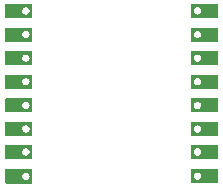
<source format=gtp>
G04 MADE WITH FRITZING*
G04 WWW.FRITZING.ORG*
G04 DOUBLE SIDED*
G04 HOLES PLATED*
G04 CONTOUR ON CENTER OF CONTOUR VECTOR*
%ASAXBY*%
%FSLAX23Y23*%
%MOIN*%
%OFA0B0*%
%SFA1.0B1.0*%
%ADD10R,0.001000X0.001000*%
%LNPASTEMASK1*%
G90*
G70*
G54D10*
X384Y1497D02*
X472Y1497D01*
X1004Y1497D02*
X1092Y1497D01*
X384Y1496D02*
X472Y1496D01*
X1004Y1496D02*
X1092Y1496D01*
X384Y1495D02*
X472Y1495D01*
X1004Y1495D02*
X1092Y1495D01*
X384Y1494D02*
X472Y1494D01*
X1004Y1494D02*
X1092Y1494D01*
X384Y1493D02*
X472Y1493D01*
X1004Y1493D02*
X1092Y1493D01*
X384Y1492D02*
X472Y1492D01*
X1004Y1492D02*
X1092Y1492D01*
X384Y1491D02*
X472Y1491D01*
X1004Y1491D02*
X1092Y1491D01*
X384Y1490D02*
X472Y1490D01*
X1004Y1490D02*
X1092Y1490D01*
X384Y1489D02*
X472Y1489D01*
X1004Y1489D02*
X1092Y1489D01*
X384Y1488D02*
X472Y1488D01*
X1004Y1488D02*
X1092Y1488D01*
X384Y1487D02*
X472Y1487D01*
X1004Y1487D02*
X1092Y1487D01*
X384Y1486D02*
X472Y1486D01*
X1004Y1486D02*
X1092Y1486D01*
X384Y1485D02*
X447Y1485D01*
X457Y1485D02*
X472Y1485D01*
X1004Y1485D02*
X1019Y1485D01*
X1029Y1485D02*
X1092Y1485D01*
X384Y1484D02*
X445Y1484D01*
X459Y1484D02*
X472Y1484D01*
X1004Y1484D02*
X1017Y1484D01*
X1031Y1484D02*
X1092Y1484D01*
X384Y1483D02*
X444Y1483D01*
X460Y1483D02*
X472Y1483D01*
X1004Y1483D02*
X1016Y1483D01*
X1032Y1483D02*
X1092Y1483D01*
X384Y1482D02*
X443Y1482D01*
X461Y1482D02*
X472Y1482D01*
X1004Y1482D02*
X1015Y1482D01*
X1033Y1482D02*
X1092Y1482D01*
X384Y1481D02*
X442Y1481D01*
X462Y1481D02*
X472Y1481D01*
X1004Y1481D02*
X1014Y1481D01*
X1034Y1481D02*
X1092Y1481D01*
X384Y1480D02*
X441Y1480D01*
X463Y1480D02*
X472Y1480D01*
X1004Y1480D02*
X1013Y1480D01*
X1035Y1480D02*
X1092Y1480D01*
X384Y1479D02*
X441Y1479D01*
X463Y1479D02*
X472Y1479D01*
X1004Y1479D02*
X1013Y1479D01*
X1035Y1479D02*
X1092Y1479D01*
X384Y1478D02*
X440Y1478D01*
X464Y1478D02*
X472Y1478D01*
X1004Y1478D02*
X1012Y1478D01*
X1036Y1478D02*
X1092Y1478D01*
X384Y1477D02*
X440Y1477D01*
X464Y1477D02*
X472Y1477D01*
X1004Y1477D02*
X1012Y1477D01*
X1036Y1477D02*
X1092Y1477D01*
X384Y1476D02*
X440Y1476D01*
X464Y1476D02*
X472Y1476D01*
X1004Y1476D02*
X1012Y1476D01*
X1036Y1476D02*
X1092Y1476D01*
X384Y1475D02*
X440Y1475D01*
X465Y1475D02*
X472Y1475D01*
X1004Y1475D02*
X1011Y1475D01*
X1036Y1475D02*
X1092Y1475D01*
X384Y1474D02*
X439Y1474D01*
X465Y1474D02*
X472Y1474D01*
X1004Y1474D02*
X1011Y1474D01*
X1037Y1474D02*
X1092Y1474D01*
X384Y1473D02*
X439Y1473D01*
X465Y1473D02*
X472Y1473D01*
X1004Y1473D02*
X1011Y1473D01*
X1036Y1473D02*
X1092Y1473D01*
X384Y1472D02*
X440Y1472D01*
X465Y1472D02*
X472Y1472D01*
X1004Y1472D02*
X1011Y1472D01*
X1036Y1472D02*
X1092Y1472D01*
X384Y1471D02*
X440Y1471D01*
X464Y1471D02*
X472Y1471D01*
X1004Y1471D02*
X1012Y1471D01*
X1036Y1471D02*
X1092Y1471D01*
X384Y1470D02*
X440Y1470D01*
X464Y1470D02*
X472Y1470D01*
X1004Y1470D02*
X1012Y1470D01*
X1036Y1470D02*
X1092Y1470D01*
X384Y1469D02*
X440Y1469D01*
X464Y1469D02*
X472Y1469D01*
X1004Y1469D02*
X1012Y1469D01*
X1036Y1469D02*
X1092Y1469D01*
X384Y1468D02*
X441Y1468D01*
X463Y1468D02*
X472Y1468D01*
X1004Y1468D02*
X1013Y1468D01*
X1035Y1468D02*
X1092Y1468D01*
X384Y1467D02*
X442Y1467D01*
X463Y1467D02*
X472Y1467D01*
X1004Y1467D02*
X1013Y1467D01*
X1034Y1467D02*
X1092Y1467D01*
X384Y1466D02*
X442Y1466D01*
X462Y1466D02*
X472Y1466D01*
X1004Y1466D02*
X1014Y1466D01*
X1034Y1466D02*
X1092Y1466D01*
X384Y1465D02*
X443Y1465D01*
X461Y1465D02*
X472Y1465D01*
X1004Y1465D02*
X1015Y1465D01*
X1033Y1465D02*
X1092Y1465D01*
X384Y1464D02*
X444Y1464D01*
X460Y1464D02*
X472Y1464D01*
X1004Y1464D02*
X1016Y1464D01*
X1032Y1464D02*
X1092Y1464D01*
X384Y1463D02*
X446Y1463D01*
X458Y1463D02*
X472Y1463D01*
X1004Y1463D02*
X1018Y1463D01*
X1030Y1463D02*
X1092Y1463D01*
X384Y1462D02*
X449Y1462D01*
X455Y1462D02*
X472Y1462D01*
X1004Y1462D02*
X1021Y1462D01*
X1027Y1462D02*
X1092Y1462D01*
X384Y1461D02*
X472Y1461D01*
X1004Y1461D02*
X1092Y1461D01*
X384Y1460D02*
X472Y1460D01*
X1004Y1460D02*
X1092Y1460D01*
X384Y1459D02*
X472Y1459D01*
X1004Y1459D02*
X1092Y1459D01*
X384Y1458D02*
X472Y1458D01*
X1004Y1458D02*
X1092Y1458D01*
X384Y1457D02*
X472Y1457D01*
X1004Y1457D02*
X1092Y1457D01*
X384Y1456D02*
X472Y1456D01*
X1004Y1456D02*
X1092Y1456D01*
X384Y1455D02*
X472Y1455D01*
X1004Y1455D02*
X1092Y1455D01*
X384Y1454D02*
X472Y1454D01*
X1004Y1454D02*
X1092Y1454D01*
X384Y1453D02*
X472Y1453D01*
X1004Y1453D02*
X1092Y1453D01*
X384Y1452D02*
X472Y1452D01*
X1004Y1452D02*
X1092Y1452D01*
X384Y1451D02*
X472Y1451D01*
X1004Y1451D02*
X1092Y1451D01*
X384Y1418D02*
X472Y1418D01*
X1004Y1418D02*
X1092Y1418D01*
X384Y1417D02*
X472Y1417D01*
X1004Y1417D02*
X1092Y1417D01*
X384Y1416D02*
X472Y1416D01*
X1004Y1416D02*
X1092Y1416D01*
X384Y1415D02*
X472Y1415D01*
X1004Y1415D02*
X1092Y1415D01*
X384Y1414D02*
X472Y1414D01*
X1004Y1414D02*
X1092Y1414D01*
X384Y1413D02*
X472Y1413D01*
X1004Y1413D02*
X1092Y1413D01*
X384Y1412D02*
X472Y1412D01*
X1004Y1412D02*
X1092Y1412D01*
X384Y1411D02*
X472Y1411D01*
X1004Y1411D02*
X1092Y1411D01*
X384Y1410D02*
X472Y1410D01*
X1004Y1410D02*
X1092Y1410D01*
X384Y1409D02*
X472Y1409D01*
X1004Y1409D02*
X1092Y1409D01*
X384Y1408D02*
X472Y1408D01*
X1004Y1408D02*
X1092Y1408D01*
X384Y1407D02*
X451Y1407D01*
X453Y1407D02*
X472Y1407D01*
X1004Y1407D02*
X1022Y1407D01*
X1026Y1407D02*
X1092Y1407D01*
X384Y1406D02*
X447Y1406D01*
X458Y1406D02*
X472Y1406D01*
X1004Y1406D02*
X1018Y1406D01*
X1030Y1406D02*
X1092Y1406D01*
X384Y1405D02*
X445Y1405D01*
X459Y1405D02*
X472Y1405D01*
X1004Y1405D02*
X1017Y1405D01*
X1031Y1405D02*
X1092Y1405D01*
X384Y1404D02*
X444Y1404D01*
X461Y1404D02*
X472Y1404D01*
X1004Y1404D02*
X1015Y1404D01*
X1033Y1404D02*
X1092Y1404D01*
X384Y1403D02*
X443Y1403D01*
X462Y1403D02*
X472Y1403D01*
X1004Y1403D02*
X1014Y1403D01*
X1034Y1403D02*
X1092Y1403D01*
X384Y1402D02*
X442Y1402D01*
X462Y1402D02*
X472Y1402D01*
X1004Y1402D02*
X1014Y1402D01*
X1034Y1402D02*
X1092Y1402D01*
X384Y1401D02*
X441Y1401D01*
X463Y1401D02*
X472Y1401D01*
X1004Y1401D02*
X1013Y1401D01*
X1035Y1401D02*
X1092Y1401D01*
X384Y1400D02*
X441Y1400D01*
X464Y1400D02*
X472Y1400D01*
X1004Y1400D02*
X1012Y1400D01*
X1035Y1400D02*
X1092Y1400D01*
X384Y1399D02*
X440Y1399D01*
X464Y1399D02*
X472Y1399D01*
X1004Y1399D02*
X1012Y1399D01*
X1036Y1399D02*
X1092Y1399D01*
X384Y1398D02*
X440Y1398D01*
X464Y1398D02*
X472Y1398D01*
X1004Y1398D02*
X1012Y1398D01*
X1036Y1398D02*
X1092Y1398D01*
X384Y1397D02*
X440Y1397D01*
X464Y1397D02*
X472Y1397D01*
X1004Y1397D02*
X1012Y1397D01*
X1036Y1397D02*
X1092Y1397D01*
X384Y1396D02*
X440Y1396D01*
X465Y1396D02*
X472Y1396D01*
X1004Y1396D02*
X1011Y1396D01*
X1036Y1396D02*
X1092Y1396D01*
X384Y1395D02*
X439Y1395D01*
X465Y1395D02*
X472Y1395D01*
X1004Y1395D02*
X1011Y1395D01*
X1037Y1395D02*
X1092Y1395D01*
X384Y1394D02*
X440Y1394D01*
X465Y1394D02*
X472Y1394D01*
X1004Y1394D02*
X1011Y1394D01*
X1036Y1394D02*
X1092Y1394D01*
X384Y1393D02*
X440Y1393D01*
X464Y1393D02*
X472Y1393D01*
X1004Y1393D02*
X1012Y1393D01*
X1036Y1393D02*
X1092Y1393D01*
X384Y1392D02*
X440Y1392D01*
X464Y1392D02*
X472Y1392D01*
X1004Y1392D02*
X1012Y1392D01*
X1036Y1392D02*
X1092Y1392D01*
X384Y1391D02*
X440Y1391D01*
X464Y1391D02*
X472Y1391D01*
X1004Y1391D02*
X1012Y1391D01*
X1036Y1391D02*
X1092Y1391D01*
X384Y1390D02*
X440Y1390D01*
X464Y1390D02*
X472Y1390D01*
X1004Y1390D02*
X1012Y1390D01*
X1035Y1390D02*
X1092Y1390D01*
X384Y1389D02*
X441Y1389D01*
X463Y1389D02*
X472Y1389D01*
X1004Y1389D02*
X1013Y1389D01*
X1035Y1389D02*
X1092Y1389D01*
X384Y1388D02*
X442Y1388D01*
X462Y1388D02*
X472Y1388D01*
X1004Y1388D02*
X1014Y1388D01*
X1034Y1388D02*
X1092Y1388D01*
X384Y1387D02*
X442Y1387D01*
X462Y1387D02*
X472Y1387D01*
X1004Y1387D02*
X1014Y1387D01*
X1033Y1387D02*
X1092Y1387D01*
X384Y1386D02*
X443Y1386D01*
X461Y1386D02*
X472Y1386D01*
X1004Y1386D02*
X1015Y1386D01*
X1033Y1386D02*
X1092Y1386D01*
X384Y1385D02*
X445Y1385D01*
X459Y1385D02*
X472Y1385D01*
X1004Y1385D02*
X1017Y1385D01*
X1031Y1385D02*
X1092Y1385D01*
X384Y1384D02*
X446Y1384D01*
X458Y1384D02*
X472Y1384D01*
X1004Y1384D02*
X1018Y1384D01*
X1030Y1384D02*
X1092Y1384D01*
X384Y1383D02*
X449Y1383D01*
X455Y1383D02*
X472Y1383D01*
X1004Y1383D02*
X1022Y1383D01*
X1026Y1383D02*
X1092Y1383D01*
X384Y1382D02*
X472Y1382D01*
X1004Y1382D02*
X1092Y1382D01*
X384Y1381D02*
X472Y1381D01*
X1004Y1381D02*
X1092Y1381D01*
X384Y1380D02*
X472Y1380D01*
X1004Y1380D02*
X1092Y1380D01*
X384Y1379D02*
X472Y1379D01*
X1004Y1379D02*
X1092Y1379D01*
X384Y1378D02*
X472Y1378D01*
X1004Y1378D02*
X1092Y1378D01*
X384Y1377D02*
X472Y1377D01*
X1004Y1377D02*
X1092Y1377D01*
X384Y1376D02*
X472Y1376D01*
X1004Y1376D02*
X1092Y1376D01*
X384Y1375D02*
X472Y1375D01*
X1004Y1375D02*
X1092Y1375D01*
X384Y1374D02*
X472Y1374D01*
X1004Y1374D02*
X1092Y1374D01*
X384Y1373D02*
X472Y1373D01*
X1004Y1373D02*
X1092Y1373D01*
X384Y1372D02*
X472Y1372D01*
X1004Y1372D02*
X1092Y1372D01*
X384Y1339D02*
X472Y1339D01*
X1004Y1339D02*
X1092Y1339D01*
X384Y1338D02*
X472Y1338D01*
X1004Y1338D02*
X1092Y1338D01*
X384Y1337D02*
X472Y1337D01*
X1004Y1337D02*
X1092Y1337D01*
X384Y1336D02*
X472Y1336D01*
X1004Y1336D02*
X1092Y1336D01*
X384Y1335D02*
X472Y1335D01*
X1004Y1335D02*
X1092Y1335D01*
X384Y1334D02*
X472Y1334D01*
X1004Y1334D02*
X1092Y1334D01*
X384Y1333D02*
X472Y1333D01*
X1004Y1333D02*
X1092Y1333D01*
X384Y1332D02*
X472Y1332D01*
X1004Y1332D02*
X1092Y1332D01*
X384Y1331D02*
X472Y1331D01*
X1004Y1331D02*
X1092Y1331D01*
X384Y1330D02*
X472Y1330D01*
X1004Y1330D02*
X1092Y1330D01*
X384Y1329D02*
X472Y1329D01*
X1004Y1329D02*
X1092Y1329D01*
X384Y1328D02*
X449Y1328D01*
X455Y1328D02*
X472Y1328D01*
X1004Y1328D02*
X1020Y1328D01*
X1027Y1328D02*
X1092Y1328D01*
X384Y1327D02*
X446Y1327D01*
X458Y1327D02*
X472Y1327D01*
X1004Y1327D02*
X1018Y1327D01*
X1030Y1327D02*
X1092Y1327D01*
X384Y1326D02*
X445Y1326D01*
X460Y1326D02*
X472Y1326D01*
X1004Y1326D02*
X1016Y1326D01*
X1032Y1326D02*
X1092Y1326D01*
X384Y1325D02*
X443Y1325D01*
X461Y1325D02*
X472Y1325D01*
X1004Y1325D02*
X1015Y1325D01*
X1033Y1325D02*
X1092Y1325D01*
X384Y1324D02*
X442Y1324D01*
X462Y1324D02*
X472Y1324D01*
X1004Y1324D02*
X1014Y1324D01*
X1034Y1324D02*
X1092Y1324D01*
X384Y1323D02*
X442Y1323D01*
X463Y1323D02*
X472Y1323D01*
X1004Y1323D02*
X1013Y1323D01*
X1034Y1323D02*
X1092Y1323D01*
X384Y1322D02*
X441Y1322D01*
X463Y1322D02*
X472Y1322D01*
X1004Y1322D02*
X1013Y1322D01*
X1035Y1322D02*
X1092Y1322D01*
X384Y1321D02*
X441Y1321D01*
X464Y1321D02*
X472Y1321D01*
X1004Y1321D02*
X1012Y1321D01*
X1036Y1321D02*
X1092Y1321D01*
X384Y1320D02*
X440Y1320D01*
X464Y1320D02*
X472Y1320D01*
X1004Y1320D02*
X1012Y1320D01*
X1036Y1320D02*
X1092Y1320D01*
X384Y1319D02*
X440Y1319D01*
X464Y1319D02*
X472Y1319D01*
X1004Y1319D02*
X1012Y1319D01*
X1036Y1319D02*
X1092Y1319D01*
X384Y1318D02*
X440Y1318D01*
X465Y1318D02*
X472Y1318D01*
X1004Y1318D02*
X1011Y1318D01*
X1036Y1318D02*
X1092Y1318D01*
X384Y1317D02*
X440Y1317D01*
X465Y1317D02*
X472Y1317D01*
X1004Y1317D02*
X1011Y1317D01*
X1036Y1317D02*
X1092Y1317D01*
X384Y1316D02*
X440Y1316D01*
X465Y1316D02*
X472Y1316D01*
X1004Y1316D02*
X1011Y1316D01*
X1037Y1316D02*
X1092Y1316D01*
X384Y1315D02*
X440Y1315D01*
X465Y1315D02*
X472Y1315D01*
X1004Y1315D02*
X1011Y1315D01*
X1036Y1315D02*
X1092Y1315D01*
X384Y1314D02*
X440Y1314D01*
X465Y1314D02*
X472Y1314D01*
X1004Y1314D02*
X1012Y1314D01*
X1036Y1314D02*
X1092Y1314D01*
X384Y1313D02*
X440Y1313D01*
X464Y1313D02*
X472Y1313D01*
X1004Y1313D02*
X1012Y1313D01*
X1036Y1313D02*
X1092Y1313D01*
X384Y1312D02*
X440Y1312D01*
X464Y1312D02*
X472Y1312D01*
X1004Y1312D02*
X1012Y1312D01*
X1036Y1312D02*
X1092Y1312D01*
X384Y1311D02*
X441Y1311D01*
X464Y1311D02*
X472Y1311D01*
X1004Y1311D02*
X1013Y1311D01*
X1035Y1311D02*
X1092Y1311D01*
X384Y1310D02*
X441Y1310D01*
X463Y1310D02*
X472Y1310D01*
X1004Y1310D02*
X1013Y1310D01*
X1035Y1310D02*
X1092Y1310D01*
X384Y1309D02*
X442Y1309D01*
X462Y1309D02*
X472Y1309D01*
X1004Y1309D02*
X1014Y1309D01*
X1034Y1309D02*
X1092Y1309D01*
X384Y1308D02*
X443Y1308D01*
X462Y1308D02*
X472Y1308D01*
X1004Y1308D02*
X1015Y1308D01*
X1033Y1308D02*
X1092Y1308D01*
X384Y1307D02*
X444Y1307D01*
X460Y1307D02*
X472Y1307D01*
X1004Y1307D02*
X1016Y1307D01*
X1032Y1307D02*
X1092Y1307D01*
X384Y1306D02*
X445Y1306D01*
X459Y1306D02*
X472Y1306D01*
X1004Y1306D02*
X1017Y1306D01*
X1031Y1306D02*
X1092Y1306D01*
X384Y1305D02*
X447Y1305D01*
X457Y1305D02*
X472Y1305D01*
X1004Y1305D02*
X1019Y1305D01*
X1029Y1305D02*
X1092Y1305D01*
X384Y1304D02*
X472Y1304D01*
X1004Y1304D02*
X1092Y1304D01*
X384Y1303D02*
X472Y1303D01*
X1004Y1303D02*
X1092Y1303D01*
X384Y1302D02*
X472Y1302D01*
X1004Y1302D02*
X1092Y1302D01*
X384Y1301D02*
X472Y1301D01*
X1004Y1301D02*
X1092Y1301D01*
X384Y1300D02*
X472Y1300D01*
X1004Y1300D02*
X1092Y1300D01*
X384Y1299D02*
X472Y1299D01*
X1004Y1299D02*
X1092Y1299D01*
X384Y1298D02*
X472Y1298D01*
X1004Y1298D02*
X1092Y1298D01*
X384Y1297D02*
X472Y1297D01*
X1004Y1297D02*
X1092Y1297D01*
X384Y1296D02*
X472Y1296D01*
X1004Y1296D02*
X1092Y1296D01*
X384Y1295D02*
X472Y1295D01*
X1004Y1295D02*
X1092Y1295D01*
X384Y1294D02*
X472Y1294D01*
X1004Y1294D02*
X1092Y1294D01*
X384Y1293D02*
X472Y1293D01*
X1004Y1293D02*
X1092Y1293D01*
X385Y1261D02*
X472Y1261D01*
X1004Y1261D02*
X1091Y1261D01*
X384Y1260D02*
X472Y1260D01*
X1004Y1260D02*
X1092Y1260D01*
X384Y1259D02*
X472Y1259D01*
X1004Y1259D02*
X1092Y1259D01*
X384Y1258D02*
X472Y1258D01*
X1004Y1258D02*
X1092Y1258D01*
X384Y1257D02*
X472Y1257D01*
X1004Y1257D02*
X1092Y1257D01*
X384Y1256D02*
X472Y1256D01*
X1004Y1256D02*
X1092Y1256D01*
X384Y1255D02*
X472Y1255D01*
X1004Y1255D02*
X1092Y1255D01*
X384Y1254D02*
X472Y1254D01*
X1004Y1254D02*
X1092Y1254D01*
X384Y1253D02*
X472Y1253D01*
X1004Y1253D02*
X1092Y1253D01*
X384Y1252D02*
X472Y1252D01*
X1004Y1252D02*
X1092Y1252D01*
X384Y1251D02*
X472Y1251D01*
X1004Y1251D02*
X1092Y1251D01*
X384Y1250D02*
X472Y1250D01*
X1004Y1250D02*
X1092Y1250D01*
X384Y1249D02*
X448Y1249D01*
X456Y1249D02*
X472Y1249D01*
X1004Y1249D02*
X1019Y1249D01*
X1029Y1249D02*
X1092Y1249D01*
X384Y1248D02*
X446Y1248D01*
X459Y1248D02*
X472Y1248D01*
X1004Y1248D02*
X1017Y1248D01*
X1031Y1248D02*
X1092Y1248D01*
X384Y1247D02*
X444Y1247D01*
X460Y1247D02*
X472Y1247D01*
X1004Y1247D02*
X1016Y1247D01*
X1032Y1247D02*
X1092Y1247D01*
X384Y1246D02*
X443Y1246D01*
X461Y1246D02*
X472Y1246D01*
X1004Y1246D02*
X1015Y1246D01*
X1033Y1246D02*
X1092Y1246D01*
X384Y1245D02*
X442Y1245D01*
X462Y1245D02*
X472Y1245D01*
X1004Y1245D02*
X1014Y1245D01*
X1034Y1245D02*
X1092Y1245D01*
X384Y1244D02*
X441Y1244D01*
X463Y1244D02*
X472Y1244D01*
X1004Y1244D02*
X1013Y1244D01*
X1035Y1244D02*
X1092Y1244D01*
X384Y1243D02*
X441Y1243D01*
X463Y1243D02*
X472Y1243D01*
X1004Y1243D02*
X1013Y1243D01*
X1035Y1243D02*
X1092Y1243D01*
X384Y1242D02*
X440Y1242D01*
X464Y1242D02*
X472Y1242D01*
X1004Y1242D02*
X1012Y1242D01*
X1036Y1242D02*
X1092Y1242D01*
X384Y1241D02*
X440Y1241D01*
X464Y1241D02*
X472Y1241D01*
X1004Y1241D02*
X1012Y1241D01*
X1036Y1241D02*
X1092Y1241D01*
X384Y1240D02*
X440Y1240D01*
X464Y1240D02*
X472Y1240D01*
X1004Y1240D02*
X1012Y1240D01*
X1036Y1240D02*
X1092Y1240D01*
X384Y1239D02*
X440Y1239D01*
X465Y1239D02*
X472Y1239D01*
X1004Y1239D02*
X1011Y1239D01*
X1036Y1239D02*
X1092Y1239D01*
X384Y1238D02*
X440Y1238D01*
X465Y1238D02*
X472Y1238D01*
X1004Y1238D02*
X1011Y1238D01*
X1037Y1238D02*
X1092Y1238D01*
X384Y1237D02*
X440Y1237D01*
X465Y1237D02*
X472Y1237D01*
X1004Y1237D02*
X1011Y1237D01*
X1037Y1237D02*
X1092Y1237D01*
X384Y1236D02*
X440Y1236D01*
X465Y1236D02*
X472Y1236D01*
X1004Y1236D02*
X1011Y1236D01*
X1036Y1236D02*
X1092Y1236D01*
X384Y1235D02*
X440Y1235D01*
X464Y1235D02*
X472Y1235D01*
X1004Y1235D02*
X1012Y1235D01*
X1036Y1235D02*
X1092Y1235D01*
X384Y1234D02*
X440Y1234D01*
X464Y1234D02*
X472Y1234D01*
X1004Y1234D02*
X1012Y1234D01*
X1036Y1234D02*
X1092Y1234D01*
X384Y1233D02*
X440Y1233D01*
X464Y1233D02*
X472Y1233D01*
X1004Y1233D02*
X1012Y1233D01*
X1036Y1233D02*
X1092Y1233D01*
X384Y1232D02*
X441Y1232D01*
X463Y1232D02*
X472Y1232D01*
X1004Y1232D02*
X1013Y1232D01*
X1035Y1232D02*
X1092Y1232D01*
X384Y1231D02*
X441Y1231D01*
X463Y1231D02*
X472Y1231D01*
X1004Y1231D02*
X1013Y1231D01*
X1035Y1231D02*
X1092Y1231D01*
X384Y1230D02*
X442Y1230D01*
X462Y1230D02*
X472Y1230D01*
X1004Y1230D02*
X1014Y1230D01*
X1034Y1230D02*
X1092Y1230D01*
X384Y1229D02*
X443Y1229D01*
X461Y1229D02*
X472Y1229D01*
X1004Y1229D02*
X1015Y1229D01*
X1033Y1229D02*
X1092Y1229D01*
X384Y1228D02*
X444Y1228D01*
X460Y1228D02*
X472Y1228D01*
X1004Y1228D02*
X1016Y1228D01*
X1032Y1228D02*
X1092Y1228D01*
X384Y1227D02*
X446Y1227D01*
X459Y1227D02*
X472Y1227D01*
X1004Y1227D02*
X1018Y1227D01*
X1030Y1227D02*
X1092Y1227D01*
X384Y1226D02*
X448Y1226D01*
X456Y1226D02*
X472Y1226D01*
X1004Y1226D02*
X1020Y1226D01*
X1028Y1226D02*
X1092Y1226D01*
X384Y1225D02*
X472Y1225D01*
X1004Y1225D02*
X1092Y1225D01*
X384Y1224D02*
X472Y1224D01*
X1004Y1224D02*
X1092Y1224D01*
X384Y1223D02*
X472Y1223D01*
X1004Y1223D02*
X1092Y1223D01*
X384Y1222D02*
X472Y1222D01*
X1004Y1222D02*
X1092Y1222D01*
X384Y1221D02*
X472Y1221D01*
X1004Y1221D02*
X1092Y1221D01*
X384Y1220D02*
X472Y1220D01*
X1004Y1220D02*
X1092Y1220D01*
X384Y1219D02*
X472Y1219D01*
X1004Y1219D02*
X1092Y1219D01*
X384Y1218D02*
X472Y1218D01*
X1004Y1218D02*
X1092Y1218D01*
X384Y1217D02*
X472Y1217D01*
X1004Y1217D02*
X1092Y1217D01*
X384Y1216D02*
X472Y1216D01*
X1004Y1216D02*
X1092Y1216D01*
X384Y1215D02*
X472Y1215D01*
X1004Y1215D02*
X1092Y1215D01*
X385Y1214D02*
X472Y1214D01*
X1005Y1214D02*
X1091Y1214D01*
X385Y1182D02*
X472Y1182D01*
X1004Y1182D02*
X1092Y1182D01*
X384Y1181D02*
X472Y1181D01*
X1004Y1181D02*
X1092Y1181D01*
X384Y1180D02*
X472Y1180D01*
X1004Y1180D02*
X1092Y1180D01*
X384Y1179D02*
X472Y1179D01*
X1004Y1179D02*
X1092Y1179D01*
X384Y1178D02*
X472Y1178D01*
X1004Y1178D02*
X1092Y1178D01*
X384Y1177D02*
X472Y1177D01*
X1004Y1177D02*
X1092Y1177D01*
X384Y1176D02*
X472Y1176D01*
X1004Y1176D02*
X1092Y1176D01*
X384Y1175D02*
X472Y1175D01*
X1004Y1175D02*
X1092Y1175D01*
X384Y1174D02*
X472Y1174D01*
X1004Y1174D02*
X1092Y1174D01*
X384Y1173D02*
X472Y1173D01*
X1004Y1173D02*
X1092Y1173D01*
X384Y1172D02*
X472Y1172D01*
X1004Y1172D02*
X1092Y1172D01*
X384Y1171D02*
X472Y1171D01*
X1004Y1171D02*
X1092Y1171D01*
X384Y1170D02*
X447Y1170D01*
X457Y1170D02*
X472Y1170D01*
X1004Y1170D02*
X1019Y1170D01*
X1029Y1170D02*
X1092Y1170D01*
X384Y1169D02*
X445Y1169D01*
X459Y1169D02*
X472Y1169D01*
X1004Y1169D02*
X1017Y1169D01*
X1031Y1169D02*
X1092Y1169D01*
X384Y1168D02*
X444Y1168D01*
X460Y1168D02*
X472Y1168D01*
X1004Y1168D02*
X1016Y1168D01*
X1032Y1168D02*
X1092Y1168D01*
X384Y1167D02*
X443Y1167D01*
X461Y1167D02*
X472Y1167D01*
X1004Y1167D02*
X1015Y1167D01*
X1033Y1167D02*
X1092Y1167D01*
X384Y1166D02*
X442Y1166D01*
X462Y1166D02*
X472Y1166D01*
X1004Y1166D02*
X1014Y1166D01*
X1034Y1166D02*
X1092Y1166D01*
X384Y1165D02*
X441Y1165D01*
X463Y1165D02*
X472Y1165D01*
X1004Y1165D02*
X1013Y1165D01*
X1035Y1165D02*
X1092Y1165D01*
X384Y1164D02*
X441Y1164D01*
X464Y1164D02*
X472Y1164D01*
X1004Y1164D02*
X1013Y1164D01*
X1035Y1164D02*
X1092Y1164D01*
X384Y1163D02*
X440Y1163D01*
X464Y1163D02*
X472Y1163D01*
X1004Y1163D02*
X1012Y1163D01*
X1036Y1163D02*
X1092Y1163D01*
X384Y1162D02*
X440Y1162D01*
X464Y1162D02*
X472Y1162D01*
X1004Y1162D02*
X1012Y1162D01*
X1036Y1162D02*
X1092Y1162D01*
X384Y1161D02*
X440Y1161D01*
X465Y1161D02*
X472Y1161D01*
X1004Y1161D02*
X1012Y1161D01*
X1036Y1161D02*
X1092Y1161D01*
X384Y1160D02*
X440Y1160D01*
X465Y1160D02*
X472Y1160D01*
X1004Y1160D02*
X1011Y1160D01*
X1036Y1160D02*
X1092Y1160D01*
X384Y1159D02*
X439Y1159D01*
X465Y1159D02*
X472Y1159D01*
X1004Y1159D02*
X1011Y1159D01*
X1037Y1159D02*
X1092Y1159D01*
X384Y1158D02*
X440Y1158D01*
X465Y1158D02*
X472Y1158D01*
X1004Y1158D02*
X1011Y1158D01*
X1036Y1158D02*
X1092Y1158D01*
X384Y1157D02*
X440Y1157D01*
X465Y1157D02*
X472Y1157D01*
X1004Y1157D02*
X1011Y1157D01*
X1036Y1157D02*
X1092Y1157D01*
X384Y1156D02*
X440Y1156D01*
X464Y1156D02*
X472Y1156D01*
X1004Y1156D02*
X1012Y1156D01*
X1036Y1156D02*
X1092Y1156D01*
X384Y1155D02*
X440Y1155D01*
X464Y1155D02*
X472Y1155D01*
X1004Y1155D02*
X1012Y1155D01*
X1036Y1155D02*
X1092Y1155D01*
X384Y1154D02*
X440Y1154D01*
X464Y1154D02*
X472Y1154D01*
X1004Y1154D02*
X1012Y1154D01*
X1036Y1154D02*
X1092Y1154D01*
X384Y1153D02*
X441Y1153D01*
X463Y1153D02*
X472Y1153D01*
X1004Y1153D02*
X1013Y1153D01*
X1035Y1153D02*
X1092Y1153D01*
X384Y1152D02*
X442Y1152D01*
X463Y1152D02*
X472Y1152D01*
X1004Y1152D02*
X1013Y1152D01*
X1034Y1152D02*
X1092Y1152D01*
X384Y1151D02*
X442Y1151D01*
X462Y1151D02*
X472Y1151D01*
X1004Y1151D02*
X1014Y1151D01*
X1034Y1151D02*
X1092Y1151D01*
X384Y1150D02*
X443Y1150D01*
X461Y1150D02*
X472Y1150D01*
X1004Y1150D02*
X1015Y1150D01*
X1033Y1150D02*
X1092Y1150D01*
X384Y1149D02*
X444Y1149D01*
X460Y1149D02*
X472Y1149D01*
X1004Y1149D02*
X1016Y1149D01*
X1032Y1149D02*
X1092Y1149D01*
X384Y1148D02*
X446Y1148D01*
X458Y1148D02*
X472Y1148D01*
X1004Y1148D02*
X1018Y1148D01*
X1030Y1148D02*
X1092Y1148D01*
X384Y1147D02*
X449Y1147D01*
X456Y1147D02*
X472Y1147D01*
X1004Y1147D02*
X1021Y1147D01*
X1027Y1147D02*
X1092Y1147D01*
X384Y1146D02*
X472Y1146D01*
X1004Y1146D02*
X1092Y1146D01*
X384Y1145D02*
X472Y1145D01*
X1004Y1145D02*
X1092Y1145D01*
X384Y1144D02*
X472Y1144D01*
X1004Y1144D02*
X1092Y1144D01*
X384Y1143D02*
X472Y1143D01*
X1004Y1143D02*
X1092Y1143D01*
X384Y1142D02*
X472Y1142D01*
X1004Y1142D02*
X1092Y1142D01*
X384Y1141D02*
X472Y1141D01*
X1004Y1141D02*
X1092Y1141D01*
X384Y1140D02*
X472Y1140D01*
X1004Y1140D02*
X1092Y1140D01*
X384Y1139D02*
X472Y1139D01*
X1004Y1139D02*
X1092Y1139D01*
X384Y1138D02*
X472Y1138D01*
X1004Y1138D02*
X1092Y1138D01*
X384Y1137D02*
X472Y1137D01*
X1004Y1137D02*
X1092Y1137D01*
X384Y1136D02*
X472Y1136D01*
X1004Y1136D02*
X1092Y1136D01*
X384Y1103D02*
X472Y1103D01*
X1004Y1103D02*
X1092Y1103D01*
X384Y1102D02*
X472Y1102D01*
X1004Y1102D02*
X1092Y1102D01*
X384Y1101D02*
X472Y1101D01*
X1004Y1101D02*
X1092Y1101D01*
X384Y1100D02*
X472Y1100D01*
X1004Y1100D02*
X1092Y1100D01*
X384Y1099D02*
X472Y1099D01*
X1004Y1099D02*
X1092Y1099D01*
X384Y1098D02*
X472Y1098D01*
X1004Y1098D02*
X1092Y1098D01*
X384Y1097D02*
X472Y1097D01*
X1004Y1097D02*
X1092Y1097D01*
X384Y1096D02*
X472Y1096D01*
X1004Y1096D02*
X1092Y1096D01*
X384Y1095D02*
X472Y1095D01*
X1004Y1095D02*
X1092Y1095D01*
X384Y1094D02*
X472Y1094D01*
X1004Y1094D02*
X1092Y1094D01*
X384Y1093D02*
X472Y1093D01*
X1004Y1093D02*
X1092Y1093D01*
X384Y1092D02*
X449Y1092D01*
X455Y1092D02*
X472Y1092D01*
X1004Y1092D02*
X1021Y1092D01*
X1027Y1092D02*
X1092Y1092D01*
X384Y1091D02*
X446Y1091D01*
X458Y1091D02*
X472Y1091D01*
X1004Y1091D02*
X1018Y1091D01*
X1030Y1091D02*
X1092Y1091D01*
X384Y1090D02*
X445Y1090D01*
X460Y1090D02*
X472Y1090D01*
X1004Y1090D02*
X1016Y1090D01*
X1031Y1090D02*
X1092Y1090D01*
X384Y1089D02*
X443Y1089D01*
X461Y1089D02*
X472Y1089D01*
X1004Y1089D02*
X1015Y1089D01*
X1033Y1089D02*
X1092Y1089D01*
X384Y1088D02*
X442Y1088D01*
X462Y1088D02*
X472Y1088D01*
X1004Y1088D02*
X1014Y1088D01*
X1034Y1088D02*
X1092Y1088D01*
X384Y1087D02*
X442Y1087D01*
X463Y1087D02*
X472Y1087D01*
X1004Y1087D02*
X1014Y1087D01*
X1034Y1087D02*
X1092Y1087D01*
X384Y1086D02*
X441Y1086D01*
X463Y1086D02*
X472Y1086D01*
X1004Y1086D02*
X1013Y1086D01*
X1035Y1086D02*
X1092Y1086D01*
X384Y1085D02*
X440Y1085D01*
X464Y1085D02*
X472Y1085D01*
X1004Y1085D02*
X1012Y1085D01*
X1036Y1085D02*
X1092Y1085D01*
X384Y1084D02*
X440Y1084D01*
X464Y1084D02*
X472Y1084D01*
X1004Y1084D02*
X1012Y1084D01*
X1036Y1084D02*
X1092Y1084D01*
X384Y1083D02*
X440Y1083D01*
X464Y1083D02*
X472Y1083D01*
X1004Y1083D02*
X1012Y1083D01*
X1036Y1083D02*
X1092Y1083D01*
X384Y1082D02*
X440Y1082D01*
X465Y1082D02*
X472Y1082D01*
X1004Y1082D02*
X1012Y1082D01*
X1036Y1082D02*
X1092Y1082D01*
X384Y1081D02*
X440Y1081D01*
X465Y1081D02*
X472Y1081D01*
X1004Y1081D02*
X1011Y1081D01*
X1036Y1081D02*
X1092Y1081D01*
X384Y1080D02*
X439Y1080D01*
X465Y1080D02*
X472Y1080D01*
X1004Y1080D02*
X1011Y1080D01*
X1037Y1080D02*
X1092Y1080D01*
X384Y1079D02*
X440Y1079D01*
X465Y1079D02*
X472Y1079D01*
X1004Y1079D02*
X1011Y1079D01*
X1036Y1079D02*
X1092Y1079D01*
X384Y1078D02*
X440Y1078D01*
X464Y1078D02*
X472Y1078D01*
X1004Y1078D02*
X1012Y1078D01*
X1036Y1078D02*
X1092Y1078D01*
X384Y1077D02*
X440Y1077D01*
X464Y1077D02*
X472Y1077D01*
X1004Y1077D02*
X1012Y1077D01*
X1036Y1077D02*
X1092Y1077D01*
X384Y1076D02*
X440Y1076D01*
X464Y1076D02*
X472Y1076D01*
X1004Y1076D02*
X1012Y1076D01*
X1036Y1076D02*
X1092Y1076D01*
X384Y1075D02*
X441Y1075D01*
X464Y1075D02*
X472Y1075D01*
X1004Y1075D02*
X1012Y1075D01*
X1035Y1075D02*
X1092Y1075D01*
X384Y1074D02*
X441Y1074D01*
X463Y1074D02*
X472Y1074D01*
X1004Y1074D02*
X1013Y1074D01*
X1035Y1074D02*
X1092Y1074D01*
X384Y1073D02*
X442Y1073D01*
X462Y1073D02*
X472Y1073D01*
X1004Y1073D02*
X1014Y1073D01*
X1034Y1073D02*
X1092Y1073D01*
X384Y1072D02*
X443Y1072D01*
X462Y1072D02*
X472Y1072D01*
X1004Y1072D02*
X1014Y1072D01*
X1033Y1072D02*
X1092Y1072D01*
X384Y1071D02*
X444Y1071D01*
X461Y1071D02*
X472Y1071D01*
X1004Y1071D02*
X1015Y1071D01*
X1032Y1071D02*
X1092Y1071D01*
X384Y1070D02*
X445Y1070D01*
X459Y1070D02*
X472Y1070D01*
X1004Y1070D02*
X1017Y1070D01*
X1031Y1070D02*
X1092Y1070D01*
X384Y1069D02*
X447Y1069D01*
X457Y1069D02*
X472Y1069D01*
X1004Y1069D02*
X1019Y1069D01*
X1029Y1069D02*
X1092Y1069D01*
X384Y1068D02*
X451Y1068D01*
X453Y1068D02*
X472Y1068D01*
X1004Y1068D02*
X1023Y1068D01*
X1025Y1068D02*
X1092Y1068D01*
X384Y1067D02*
X472Y1067D01*
X1004Y1067D02*
X1092Y1067D01*
X384Y1066D02*
X472Y1066D01*
X1004Y1066D02*
X1092Y1066D01*
X384Y1065D02*
X472Y1065D01*
X1004Y1065D02*
X1092Y1065D01*
X384Y1064D02*
X472Y1064D01*
X1004Y1064D02*
X1092Y1064D01*
X384Y1063D02*
X472Y1063D01*
X1004Y1063D02*
X1092Y1063D01*
X384Y1062D02*
X472Y1062D01*
X1004Y1062D02*
X1092Y1062D01*
X384Y1061D02*
X472Y1061D01*
X1004Y1061D02*
X1092Y1061D01*
X384Y1060D02*
X472Y1060D01*
X1004Y1060D02*
X1092Y1060D01*
X384Y1059D02*
X472Y1059D01*
X1004Y1059D02*
X1092Y1059D01*
X384Y1058D02*
X472Y1058D01*
X1004Y1058D02*
X1092Y1058D01*
X384Y1057D02*
X472Y1057D01*
X1004Y1057D02*
X1092Y1057D01*
X385Y1027D02*
X472Y1027D01*
X1004Y1027D02*
X1091Y1027D01*
X384Y1026D02*
X472Y1026D01*
X1004Y1026D02*
X1092Y1026D01*
X384Y1025D02*
X472Y1025D01*
X1004Y1025D02*
X1092Y1025D01*
X384Y1024D02*
X472Y1024D01*
X1004Y1024D02*
X1092Y1024D01*
X384Y1023D02*
X472Y1023D01*
X1004Y1023D02*
X1092Y1023D01*
X384Y1022D02*
X472Y1022D01*
X1004Y1022D02*
X1092Y1022D01*
X384Y1021D02*
X472Y1021D01*
X1004Y1021D02*
X1092Y1021D01*
X384Y1020D02*
X472Y1020D01*
X1004Y1020D02*
X1092Y1020D01*
X384Y1019D02*
X472Y1019D01*
X1004Y1019D02*
X1092Y1019D01*
X384Y1018D02*
X472Y1018D01*
X1004Y1018D02*
X1092Y1018D01*
X384Y1017D02*
X472Y1017D01*
X1004Y1017D02*
X1092Y1017D01*
X384Y1016D02*
X472Y1016D01*
X1004Y1016D02*
X1092Y1016D01*
X384Y1015D02*
X447Y1015D01*
X457Y1015D02*
X472Y1015D01*
X1004Y1015D02*
X1019Y1015D01*
X1029Y1015D02*
X1092Y1015D01*
X384Y1014D02*
X445Y1014D01*
X459Y1014D02*
X472Y1014D01*
X1004Y1014D02*
X1017Y1014D01*
X1031Y1014D02*
X1092Y1014D01*
X384Y1013D02*
X444Y1013D01*
X460Y1013D02*
X472Y1013D01*
X1004Y1013D02*
X1016Y1013D01*
X1032Y1013D02*
X1092Y1013D01*
X384Y1012D02*
X443Y1012D01*
X461Y1012D02*
X472Y1012D01*
X1004Y1012D02*
X1015Y1012D01*
X1033Y1012D02*
X1092Y1012D01*
X384Y1011D02*
X442Y1011D01*
X462Y1011D02*
X472Y1011D01*
X1004Y1011D02*
X1014Y1011D01*
X1034Y1011D02*
X1092Y1011D01*
X384Y1010D02*
X441Y1010D01*
X463Y1010D02*
X472Y1010D01*
X1004Y1010D02*
X1013Y1010D01*
X1035Y1010D02*
X1092Y1010D01*
X384Y1009D02*
X441Y1009D01*
X463Y1009D02*
X472Y1009D01*
X1004Y1009D02*
X1013Y1009D01*
X1035Y1009D02*
X1092Y1009D01*
X384Y1008D02*
X440Y1008D01*
X464Y1008D02*
X472Y1008D01*
X1004Y1008D02*
X1012Y1008D01*
X1036Y1008D02*
X1092Y1008D01*
X384Y1007D02*
X440Y1007D01*
X464Y1007D02*
X472Y1007D01*
X1004Y1007D02*
X1012Y1007D01*
X1036Y1007D02*
X1092Y1007D01*
X384Y1006D02*
X440Y1006D01*
X464Y1006D02*
X472Y1006D01*
X1004Y1006D02*
X1012Y1006D01*
X1036Y1006D02*
X1092Y1006D01*
X384Y1005D02*
X440Y1005D01*
X465Y1005D02*
X472Y1005D01*
X1004Y1005D02*
X1011Y1005D01*
X1036Y1005D02*
X1092Y1005D01*
X384Y1004D02*
X439Y1004D01*
X465Y1004D02*
X472Y1004D01*
X1004Y1004D02*
X1011Y1004D01*
X1037Y1004D02*
X1092Y1004D01*
X384Y1003D02*
X439Y1003D01*
X465Y1003D02*
X472Y1003D01*
X1004Y1003D02*
X1011Y1003D01*
X1037Y1003D02*
X1092Y1003D01*
X384Y1002D02*
X440Y1002D01*
X465Y1002D02*
X472Y1002D01*
X1004Y1002D02*
X1011Y1002D01*
X1036Y1002D02*
X1092Y1002D01*
X384Y1001D02*
X440Y1001D01*
X464Y1001D02*
X472Y1001D01*
X1004Y1001D02*
X1012Y1001D01*
X1036Y1001D02*
X1092Y1001D01*
X384Y1000D02*
X440Y1000D01*
X464Y1000D02*
X472Y1000D01*
X1004Y1000D02*
X1012Y1000D01*
X1036Y1000D02*
X1092Y1000D01*
X384Y999D02*
X440Y999D01*
X464Y999D02*
X472Y999D01*
X1004Y999D02*
X1012Y999D01*
X1036Y999D02*
X1092Y999D01*
X384Y998D02*
X441Y998D01*
X463Y998D02*
X472Y998D01*
X1004Y998D02*
X1013Y998D01*
X1035Y998D02*
X1092Y998D01*
X384Y997D02*
X441Y997D01*
X463Y997D02*
X472Y997D01*
X1004Y997D02*
X1013Y997D01*
X1035Y997D02*
X1092Y997D01*
X384Y996D02*
X442Y996D01*
X462Y996D02*
X472Y996D01*
X1004Y996D02*
X1014Y996D01*
X1034Y996D02*
X1092Y996D01*
X384Y995D02*
X443Y995D01*
X461Y995D02*
X472Y995D01*
X1004Y995D02*
X1015Y995D01*
X1033Y995D02*
X1092Y995D01*
X384Y994D02*
X444Y994D01*
X460Y994D02*
X472Y994D01*
X1004Y994D02*
X1016Y994D01*
X1032Y994D02*
X1092Y994D01*
X384Y993D02*
X446Y993D01*
X458Y993D02*
X472Y993D01*
X1004Y993D02*
X1018Y993D01*
X1030Y993D02*
X1092Y993D01*
X384Y992D02*
X448Y992D01*
X456Y992D02*
X472Y992D01*
X1004Y992D02*
X1020Y992D01*
X1028Y992D02*
X1092Y992D01*
X384Y991D02*
X472Y991D01*
X1004Y991D02*
X1092Y991D01*
X384Y990D02*
X472Y990D01*
X1004Y990D02*
X1092Y990D01*
X384Y989D02*
X472Y989D01*
X1004Y989D02*
X1092Y989D01*
X384Y988D02*
X472Y988D01*
X1004Y988D02*
X1092Y988D01*
X384Y987D02*
X472Y987D01*
X1004Y987D02*
X1092Y987D01*
X384Y986D02*
X472Y986D01*
X1004Y986D02*
X1092Y986D01*
X384Y985D02*
X472Y985D01*
X1004Y985D02*
X1092Y985D01*
X384Y984D02*
X472Y984D01*
X1004Y984D02*
X1092Y984D01*
X384Y983D02*
X472Y983D01*
X1004Y983D02*
X1092Y983D01*
X384Y982D02*
X472Y982D01*
X1004Y982D02*
X1092Y982D01*
X384Y981D02*
X472Y981D01*
X1004Y981D02*
X1092Y981D01*
X385Y980D02*
X471Y980D01*
X1005Y980D02*
X1091Y980D01*
X385Y946D02*
X472Y946D01*
X1004Y946D02*
X1091Y946D01*
X384Y945D02*
X472Y945D01*
X1004Y945D02*
X1092Y945D01*
X384Y944D02*
X472Y944D01*
X1004Y944D02*
X1092Y944D01*
X384Y943D02*
X472Y943D01*
X1004Y943D02*
X1092Y943D01*
X384Y942D02*
X472Y942D01*
X1004Y942D02*
X1092Y942D01*
X384Y941D02*
X472Y941D01*
X1004Y941D02*
X1092Y941D01*
X384Y940D02*
X472Y940D01*
X1004Y940D02*
X1092Y940D01*
X384Y939D02*
X472Y939D01*
X1004Y939D02*
X1092Y939D01*
X384Y938D02*
X472Y938D01*
X1004Y938D02*
X1092Y938D01*
X384Y937D02*
X472Y937D01*
X1004Y937D02*
X1092Y937D01*
X384Y936D02*
X472Y936D01*
X1004Y936D02*
X1092Y936D01*
X384Y935D02*
X472Y935D01*
X1004Y935D02*
X1092Y935D01*
X384Y934D02*
X448Y934D01*
X456Y934D02*
X472Y934D01*
X1004Y934D02*
X1019Y934D01*
X1029Y934D02*
X1092Y934D01*
X384Y933D02*
X446Y933D01*
X459Y933D02*
X472Y933D01*
X1004Y933D02*
X1017Y933D01*
X1031Y933D02*
X1092Y933D01*
X384Y932D02*
X444Y932D01*
X460Y932D02*
X472Y932D01*
X1004Y932D02*
X1016Y932D01*
X1032Y932D02*
X1092Y932D01*
X384Y931D02*
X443Y931D01*
X461Y931D02*
X472Y931D01*
X1004Y931D02*
X1015Y931D01*
X1033Y931D02*
X1092Y931D01*
X384Y930D02*
X442Y930D01*
X462Y930D02*
X472Y930D01*
X1004Y930D02*
X1014Y930D01*
X1034Y930D02*
X1092Y930D01*
X384Y929D02*
X441Y929D01*
X463Y929D02*
X472Y929D01*
X1004Y929D02*
X1013Y929D01*
X1035Y929D02*
X1092Y929D01*
X384Y928D02*
X441Y928D01*
X463Y928D02*
X472Y928D01*
X1004Y928D02*
X1013Y928D01*
X1035Y928D02*
X1092Y928D01*
X384Y927D02*
X440Y927D01*
X464Y927D02*
X472Y927D01*
X1004Y927D02*
X1012Y927D01*
X1036Y927D02*
X1092Y927D01*
X384Y926D02*
X440Y926D01*
X464Y926D02*
X472Y926D01*
X1004Y926D02*
X1012Y926D01*
X1036Y926D02*
X1092Y926D01*
X384Y925D02*
X440Y925D01*
X464Y925D02*
X472Y925D01*
X1004Y925D02*
X1012Y925D01*
X1036Y925D02*
X1092Y925D01*
X384Y924D02*
X440Y924D01*
X465Y924D02*
X472Y924D01*
X1004Y924D02*
X1011Y924D01*
X1036Y924D02*
X1092Y924D01*
X384Y923D02*
X440Y923D01*
X465Y923D02*
X472Y923D01*
X1004Y923D02*
X1011Y923D01*
X1037Y923D02*
X1092Y923D01*
X384Y922D02*
X440Y922D01*
X465Y922D02*
X472Y922D01*
X1004Y922D02*
X1011Y922D01*
X1037Y922D02*
X1092Y922D01*
X384Y921D02*
X440Y921D01*
X465Y921D02*
X472Y921D01*
X1004Y921D02*
X1011Y921D01*
X1036Y921D02*
X1092Y921D01*
X384Y920D02*
X440Y920D01*
X464Y920D02*
X472Y920D01*
X1004Y920D02*
X1012Y920D01*
X1036Y920D02*
X1092Y920D01*
X384Y919D02*
X440Y919D01*
X464Y919D02*
X472Y919D01*
X1004Y919D02*
X1012Y919D01*
X1036Y919D02*
X1092Y919D01*
X384Y918D02*
X440Y918D01*
X464Y918D02*
X472Y918D01*
X1004Y918D02*
X1012Y918D01*
X1036Y918D02*
X1092Y918D01*
X384Y917D02*
X441Y917D01*
X463Y917D02*
X472Y917D01*
X1004Y917D02*
X1013Y917D01*
X1035Y917D02*
X1092Y917D01*
X384Y916D02*
X441Y916D01*
X463Y916D02*
X472Y916D01*
X1004Y916D02*
X1013Y916D01*
X1035Y916D02*
X1092Y916D01*
X384Y915D02*
X442Y915D01*
X462Y915D02*
X472Y915D01*
X1004Y915D02*
X1014Y915D01*
X1034Y915D02*
X1092Y915D01*
X384Y914D02*
X443Y914D01*
X461Y914D02*
X472Y914D01*
X1004Y914D02*
X1015Y914D01*
X1033Y914D02*
X1092Y914D01*
X384Y913D02*
X444Y913D01*
X460Y913D02*
X472Y913D01*
X1004Y913D02*
X1016Y913D01*
X1032Y913D02*
X1092Y913D01*
X384Y912D02*
X446Y912D01*
X459Y912D02*
X472Y912D01*
X1004Y912D02*
X1018Y912D01*
X1030Y912D02*
X1092Y912D01*
X384Y911D02*
X448Y911D01*
X456Y911D02*
X472Y911D01*
X1004Y911D02*
X1020Y911D01*
X1028Y911D02*
X1092Y911D01*
X384Y910D02*
X472Y910D01*
X1004Y910D02*
X1092Y910D01*
X384Y909D02*
X472Y909D01*
X1004Y909D02*
X1092Y909D01*
X384Y908D02*
X472Y908D01*
X1004Y908D02*
X1092Y908D01*
X384Y907D02*
X472Y907D01*
X1004Y907D02*
X1092Y907D01*
X384Y906D02*
X472Y906D01*
X1004Y906D02*
X1092Y906D01*
X384Y905D02*
X472Y905D01*
X1004Y905D02*
X1092Y905D01*
X384Y904D02*
X472Y904D01*
X1004Y904D02*
X1092Y904D01*
X384Y903D02*
X472Y903D01*
X1004Y903D02*
X1092Y903D01*
X384Y902D02*
X472Y902D01*
X1004Y902D02*
X1092Y902D01*
X384Y901D02*
X472Y901D01*
X1004Y901D02*
X1092Y901D01*
X384Y900D02*
X472Y900D01*
X1004Y900D02*
X1092Y900D01*
X385Y899D02*
X472Y899D01*
D02*
G04 End of PasteMask1*
M02*
</source>
